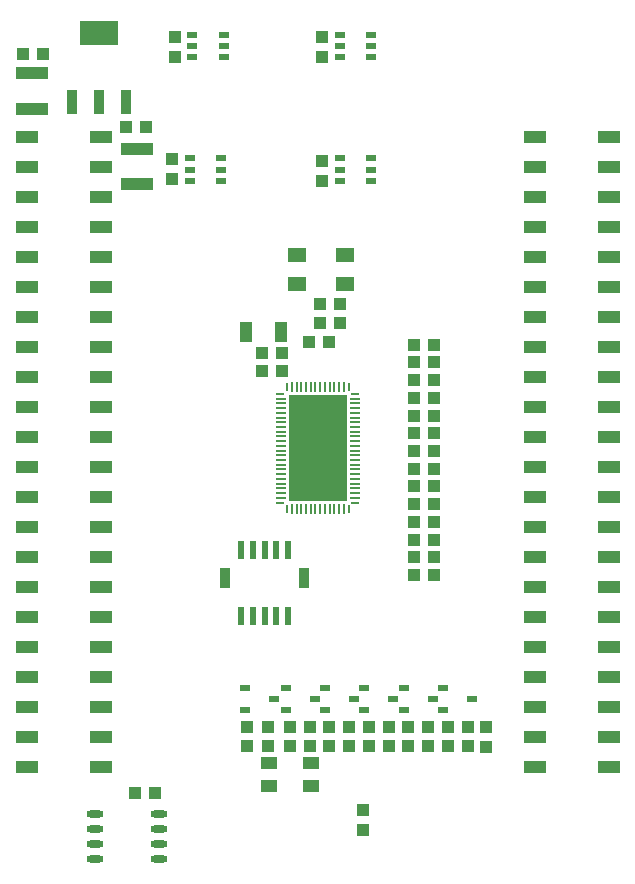
<source format=gtp>
G04 Layer_Color=8421504*
%FSLAX25Y25*%
%MOIN*%
G70*
G01*
G75*
%ADD10R,0.04331X0.03937*%
%ADD11R,0.03937X0.04331*%
%ADD12R,0.03740X0.02362*%
%ADD13R,0.12795X0.08465*%
%ADD14R,0.03543X0.08465*%
%ADD15O,0.05709X0.02362*%
%ADD16R,0.11024X0.04331*%
%ADD17R,0.07500X0.04000*%
%ADD18R,0.04331X0.07087*%
%ADD19R,0.02362X0.06299*%
%ADD20R,0.03347X0.07087*%
%ADD21R,0.05512X0.03937*%
%ADD22R,0.06299X0.05118*%
%ADD23R,0.19685X0.35433*%
%ADD24O,0.03150X0.00717*%
%ADD25O,0.03347X0.00717*%
%ADD26O,0.00717X0.03150*%
%ADD27O,0.00717X0.03347*%
D10*
X123268Y48142D02*
D03*
Y41449D02*
D03*
X164331Y75800D02*
D03*
Y69107D02*
D03*
X60630Y305669D02*
D03*
Y298976D02*
D03*
X109724Y305669D02*
D03*
Y298976D02*
D03*
X59694Y264923D02*
D03*
Y258230D02*
D03*
X109724Y264488D02*
D03*
Y257795D02*
D03*
D11*
X151622Y69304D02*
D03*
X158315D02*
D03*
X112055D02*
D03*
X118748D02*
D03*
X125244D02*
D03*
X131937D02*
D03*
X138433D02*
D03*
X145126D02*
D03*
X147063Y150000D02*
D03*
X140370D02*
D03*
X147063Y161811D02*
D03*
X140370D02*
D03*
X140370Y191339D02*
D03*
X147063D02*
D03*
X147063Y173622D02*
D03*
X140370D02*
D03*
X140370Y203150D02*
D03*
X147063D02*
D03*
X147063Y185433D02*
D03*
X140370D02*
D03*
X147063Y197244D02*
D03*
X140370D02*
D03*
X16610Y300223D02*
D03*
X9917D02*
D03*
X147063Y126378D02*
D03*
X140370D02*
D03*
X44441Y275565D02*
D03*
X51134D02*
D03*
X147063Y155906D02*
D03*
X140370D02*
D03*
X138433Y75603D02*
D03*
X145126D02*
D03*
X125244D02*
D03*
X131937D02*
D03*
X112055D02*
D03*
X118748D02*
D03*
X151622D02*
D03*
X158315D02*
D03*
X98976D02*
D03*
X105669D02*
D03*
X96257Y200237D02*
D03*
X89564D02*
D03*
X108886Y210553D02*
D03*
X115579D02*
D03*
X105417Y204189D02*
D03*
X112109D02*
D03*
X140370Y132283D02*
D03*
X147063D02*
D03*
X91496Y69304D02*
D03*
X84803D02*
D03*
X105669D02*
D03*
X98976D02*
D03*
X84803Y75603D02*
D03*
X91496D02*
D03*
X147063Y179527D02*
D03*
X140370D02*
D03*
X147063Y167717D02*
D03*
X140370D02*
D03*
X140370Y138189D02*
D03*
X147063D02*
D03*
Y144095D02*
D03*
X140370D02*
D03*
X89564Y194237D02*
D03*
X96257D02*
D03*
X47305Y53836D02*
D03*
X53997D02*
D03*
X115579Y216852D02*
D03*
X108886D02*
D03*
D12*
X120224Y85069D02*
D03*
X110579Y81328D02*
D03*
Y88809D02*
D03*
X133413Y85069D02*
D03*
X123768Y81328D02*
D03*
Y88809D02*
D03*
X146602Y85069D02*
D03*
X136957Y81328D02*
D03*
Y88809D02*
D03*
X66299Y298976D02*
D03*
Y302717D02*
D03*
Y306457D02*
D03*
X76929D02*
D03*
Y302717D02*
D03*
Y298976D02*
D03*
X115512D02*
D03*
Y302717D02*
D03*
Y306457D02*
D03*
X126142D02*
D03*
Y302717D02*
D03*
Y298976D02*
D03*
X65512Y257795D02*
D03*
Y261535D02*
D03*
Y265276D02*
D03*
X76142D02*
D03*
Y261535D02*
D03*
Y257795D02*
D03*
X115512D02*
D03*
Y261535D02*
D03*
Y265276D02*
D03*
X126142D02*
D03*
Y261535D02*
D03*
Y257795D02*
D03*
X84114Y88809D02*
D03*
Y81328D02*
D03*
X93760Y85069D02*
D03*
X97697Y88809D02*
D03*
Y81328D02*
D03*
X107343Y85069D02*
D03*
X150146Y88809D02*
D03*
Y81329D02*
D03*
X159791Y85069D02*
D03*
D13*
X35386Y306957D02*
D03*
D14*
X44441Y283925D02*
D03*
X35386D02*
D03*
X26331D02*
D03*
D15*
X33901Y46594D02*
D03*
Y41594D02*
D03*
Y36594D02*
D03*
Y31594D02*
D03*
X55357Y46594D02*
D03*
Y41594D02*
D03*
Y36594D02*
D03*
Y31594D02*
D03*
D16*
X12874Y281858D02*
D03*
Y293669D02*
D03*
X47984Y256741D02*
D03*
Y268552D02*
D03*
D17*
X11350Y272323D02*
D03*
Y262323D02*
D03*
Y252323D02*
D03*
Y242323D02*
D03*
Y232323D02*
D03*
Y222323D02*
D03*
Y212323D02*
D03*
Y202323D02*
D03*
Y192323D02*
D03*
Y182323D02*
D03*
Y172323D02*
D03*
Y162323D02*
D03*
Y152323D02*
D03*
Y142323D02*
D03*
Y132323D02*
D03*
Y122323D02*
D03*
Y62323D02*
D03*
Y72323D02*
D03*
Y82323D02*
D03*
Y92323D02*
D03*
Y102323D02*
D03*
X35894Y272323D02*
D03*
Y262323D02*
D03*
Y252323D02*
D03*
Y242323D02*
D03*
Y232323D02*
D03*
Y222323D02*
D03*
Y212323D02*
D03*
Y202323D02*
D03*
Y192323D02*
D03*
Y182323D02*
D03*
Y172323D02*
D03*
Y162323D02*
D03*
Y152323D02*
D03*
Y142323D02*
D03*
Y132323D02*
D03*
Y122323D02*
D03*
Y112323D02*
D03*
Y62323D02*
D03*
Y72323D02*
D03*
Y82323D02*
D03*
Y92323D02*
D03*
Y102323D02*
D03*
X11350Y112323D02*
D03*
X180641Y272323D02*
D03*
Y262323D02*
D03*
Y252323D02*
D03*
Y242323D02*
D03*
Y232323D02*
D03*
Y222323D02*
D03*
Y212323D02*
D03*
Y202323D02*
D03*
Y192323D02*
D03*
Y182323D02*
D03*
Y172323D02*
D03*
Y162323D02*
D03*
Y152323D02*
D03*
Y142323D02*
D03*
Y132323D02*
D03*
Y122323D02*
D03*
Y62323D02*
D03*
Y72323D02*
D03*
Y82323D02*
D03*
Y92323D02*
D03*
Y102323D02*
D03*
X205185Y272323D02*
D03*
Y262323D02*
D03*
Y252323D02*
D03*
Y242323D02*
D03*
Y232323D02*
D03*
Y222323D02*
D03*
Y212323D02*
D03*
Y202323D02*
D03*
Y192323D02*
D03*
Y182323D02*
D03*
Y172323D02*
D03*
Y162323D02*
D03*
Y152323D02*
D03*
Y142323D02*
D03*
Y132323D02*
D03*
Y122323D02*
D03*
Y112323D02*
D03*
Y62323D02*
D03*
Y72323D02*
D03*
Y82323D02*
D03*
Y92323D02*
D03*
Y102323D02*
D03*
X180641Y112323D02*
D03*
D18*
X84185Y207362D02*
D03*
X95996D02*
D03*
D19*
X82658Y134847D02*
D03*
Y112799D02*
D03*
X86595Y134847D02*
D03*
Y112799D02*
D03*
X90532Y134847D02*
D03*
Y112799D02*
D03*
X94469Y134847D02*
D03*
Y112799D02*
D03*
X98406Y134847D02*
D03*
Y112799D02*
D03*
D20*
X77442Y125398D02*
D03*
X103623D02*
D03*
D21*
X92087Y56004D02*
D03*
Y63878D02*
D03*
X105945Y56004D02*
D03*
Y63878D02*
D03*
D22*
X117154Y223313D02*
D03*
X101382D02*
D03*
Y233155D02*
D03*
X117154D02*
D03*
D23*
X108268Y168650D02*
D03*
D24*
X95768Y150540D02*
D03*
Y186760D02*
D03*
X120768D02*
D03*
Y150540D02*
D03*
D25*
X95866Y152115D02*
D03*
Y153689D02*
D03*
Y155264D02*
D03*
Y156839D02*
D03*
Y158414D02*
D03*
Y159989D02*
D03*
Y161563D02*
D03*
Y163138D02*
D03*
Y164713D02*
D03*
Y166288D02*
D03*
Y167863D02*
D03*
Y169437D02*
D03*
Y171012D02*
D03*
Y172587D02*
D03*
Y174162D02*
D03*
Y175737D02*
D03*
Y177311D02*
D03*
Y178886D02*
D03*
Y180461D02*
D03*
Y182036D02*
D03*
Y183611D02*
D03*
Y185186D02*
D03*
X120669D02*
D03*
Y183611D02*
D03*
Y182036D02*
D03*
Y180461D02*
D03*
Y178886D02*
D03*
Y177311D02*
D03*
Y175737D02*
D03*
Y174162D02*
D03*
Y172587D02*
D03*
Y171012D02*
D03*
Y169437D02*
D03*
Y167863D02*
D03*
Y166288D02*
D03*
Y164713D02*
D03*
Y163138D02*
D03*
Y161563D02*
D03*
Y159989D02*
D03*
Y158414D02*
D03*
Y156839D02*
D03*
Y155264D02*
D03*
Y153689D02*
D03*
Y152115D02*
D03*
D26*
X98032Y189024D02*
D03*
X118504D02*
D03*
Y148276D02*
D03*
X98032D02*
D03*
D27*
X99606Y188926D02*
D03*
X101181D02*
D03*
X102756D02*
D03*
X104331D02*
D03*
X105905D02*
D03*
X107480D02*
D03*
X109055D02*
D03*
X110630D02*
D03*
X112205D02*
D03*
X113779D02*
D03*
X115354D02*
D03*
X116929D02*
D03*
Y148374D02*
D03*
X115354D02*
D03*
X113779D02*
D03*
X112205D02*
D03*
X110630D02*
D03*
X109055D02*
D03*
X107480D02*
D03*
X105905D02*
D03*
X104331D02*
D03*
X102756D02*
D03*
X101181D02*
D03*
X99606D02*
D03*
M02*

</source>
